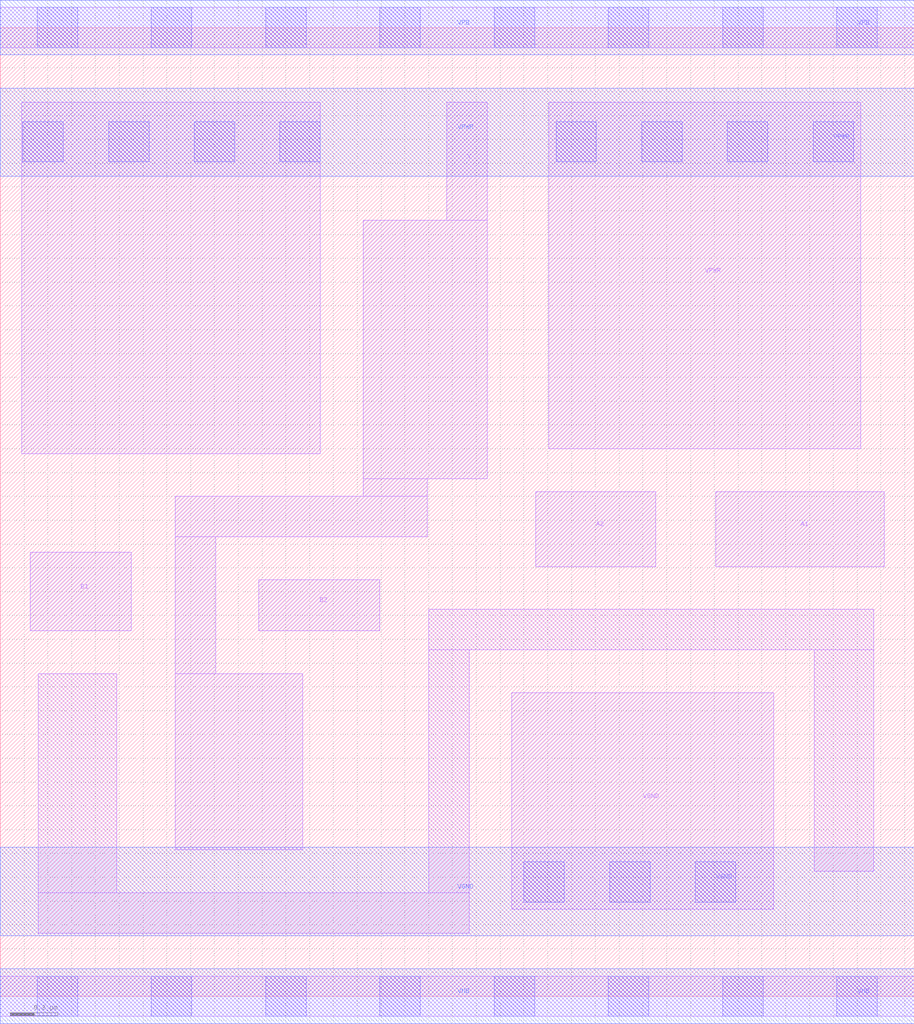
<source format=lef>
# Copyright 2020 The SkyWater PDK Authors
#
# Licensed under the Apache License, Version 2.0 (the "License");
# you may not use this file except in compliance with the License.
# You may obtain a copy of the License at
#
#     https://www.apache.org/licenses/LICENSE-2.0
#
# Unless required by applicable law or agreed to in writing, software
# distributed under the License is distributed on an "AS IS" BASIS,
# WITHOUT WARRANTIES OR CONDITIONS OF ANY KIND, either express or implied.
# See the License for the specific language governing permissions and
# limitations under the License.
#
# SPDX-License-Identifier: Apache-2.0

VERSION 5.7 ;
  NAMESCASESENSITIVE ON ;
  NOWIREEXTENSIONATPIN ON ;
  DIVIDERCHAR "/" ;
  BUSBITCHARS "[]" ;
UNITS
  DATABASE MICRONS 200 ;
END UNITS
MACRO sky130_fd_sc_hvl__o22ai_1
  CLASS CORE ;
  SOURCE USER ;
  FOREIGN sky130_fd_sc_hvl__o22ai_1 ;
  ORIGIN  0.000000  0.000000 ;
  SIZE  3.840000 BY  4.070000 ;
  SYMMETRY X Y ;
  SITE unithv ;
  PIN A1
    ANTENNAGATEAREA  1.125000 ;
    DIRECTION INPUT ;
    USE SIGNAL ;
    PORT
      LAYER li1 ;
        RECT 3.005000 1.805000 3.715000 2.120000 ;
    END
  END A1
  PIN A2
    ANTENNAGATEAREA  1.125000 ;
    DIRECTION INPUT ;
    USE SIGNAL ;
    PORT
      LAYER li1 ;
        RECT 2.250000 1.805000 2.755000 2.120000 ;
    END
  END A2
  PIN B1
    ANTENNAGATEAREA  1.125000 ;
    DIRECTION INPUT ;
    USE SIGNAL ;
    PORT
      LAYER li1 ;
        RECT 0.125000 1.535000 0.550000 1.865000 ;
    END
  END B1
  PIN B2
    ANTENNAGATEAREA  1.125000 ;
    DIRECTION INPUT ;
    USE SIGNAL ;
    PORT
      LAYER li1 ;
        RECT 1.085000 1.535000 1.595000 1.750000 ;
    END
  END B2
  PIN Y
    ANTENNADIFFAREA  0.742500 ;
    DIRECTION OUTPUT ;
    USE SIGNAL ;
    PORT
      LAYER li1 ;
        RECT 0.735000 0.615000 1.270000 1.355000 ;
        RECT 0.735000 1.355000 0.905000 1.930000 ;
        RECT 0.735000 1.930000 1.795000 2.100000 ;
        RECT 1.525000 2.100000 1.795000 2.175000 ;
        RECT 1.525000 2.175000 2.045000 3.260000 ;
        RECT 1.875000 3.260000 2.045000 3.755000 ;
    END
  END Y
  PIN VGND
    DIRECTION INOUT ;
    USE GROUND ;
    PORT
      LAYER li1 ;
        RECT 2.150000 0.365000 3.250000 1.275000 ;
      LAYER mcon ;
        RECT 2.200000 0.395000 2.370000 0.565000 ;
        RECT 2.560000 0.395000 2.730000 0.565000 ;
        RECT 2.920000 0.395000 3.090000 0.565000 ;
      LAYER met1 ;
        RECT 0.000000 0.255000 3.840000 0.625000 ;
    END
  END VGND
  PIN VNB
    DIRECTION INOUT ;
    USE GROUND ;
    PORT
      LAYER li1 ;
        RECT 0.000000 -0.085000 3.840000 0.085000 ;
      LAYER mcon ;
        RECT 0.155000 -0.085000 0.325000 0.085000 ;
        RECT 0.635000 -0.085000 0.805000 0.085000 ;
        RECT 1.115000 -0.085000 1.285000 0.085000 ;
        RECT 1.595000 -0.085000 1.765000 0.085000 ;
        RECT 2.075000 -0.085000 2.245000 0.085000 ;
        RECT 2.555000 -0.085000 2.725000 0.085000 ;
        RECT 3.035000 -0.085000 3.205000 0.085000 ;
        RECT 3.515000 -0.085000 3.685000 0.085000 ;
      LAYER met1 ;
        RECT 0.000000 -0.115000 3.840000 0.115000 ;
    END
  END VNB
  PIN VPB
    DIRECTION INOUT ;
    USE POWER ;
    PORT
      LAYER li1 ;
        RECT 0.000000 3.985000 3.840000 4.155000 ;
      LAYER mcon ;
        RECT 0.155000 3.985000 0.325000 4.155000 ;
        RECT 0.635000 3.985000 0.805000 4.155000 ;
        RECT 1.115000 3.985000 1.285000 4.155000 ;
        RECT 1.595000 3.985000 1.765000 4.155000 ;
        RECT 2.075000 3.985000 2.245000 4.155000 ;
        RECT 2.555000 3.985000 2.725000 4.155000 ;
        RECT 3.035000 3.985000 3.205000 4.155000 ;
        RECT 3.515000 3.985000 3.685000 4.155000 ;
      LAYER met1 ;
        RECT 0.000000 3.955000 3.840000 4.185000 ;
    END
  END VPB
  PIN VPWR
    DIRECTION INOUT ;
    USE POWER ;
    PORT
      LAYER li1 ;
        RECT 0.090000 2.280000 1.345000 3.755000 ;
        RECT 2.305000 2.300000 3.615000 3.755000 ;
      LAYER mcon ;
        RECT 0.095000 3.505000 0.265000 3.675000 ;
        RECT 0.455000 3.505000 0.625000 3.675000 ;
        RECT 0.815000 3.505000 0.985000 3.675000 ;
        RECT 1.175000 3.505000 1.345000 3.675000 ;
        RECT 2.335000 3.505000 2.505000 3.675000 ;
        RECT 2.695000 3.505000 2.865000 3.675000 ;
        RECT 3.055000 3.505000 3.225000 3.675000 ;
        RECT 3.415000 3.505000 3.585000 3.675000 ;
      LAYER met1 ;
        RECT 0.000000 3.445000 3.840000 3.815000 ;
    END
  END VPWR
  OBS
    LAYER li1 ;
      RECT 0.160000 0.265000 1.970000 0.435000 ;
      RECT 0.160000 0.435000 0.490000 1.355000 ;
      RECT 1.800000 0.435000 1.970000 1.455000 ;
      RECT 1.800000 1.455000 3.670000 1.625000 ;
      RECT 3.420000 0.525000 3.670000 1.455000 ;
  END
END sky130_fd_sc_hvl__o22ai_1

</source>
